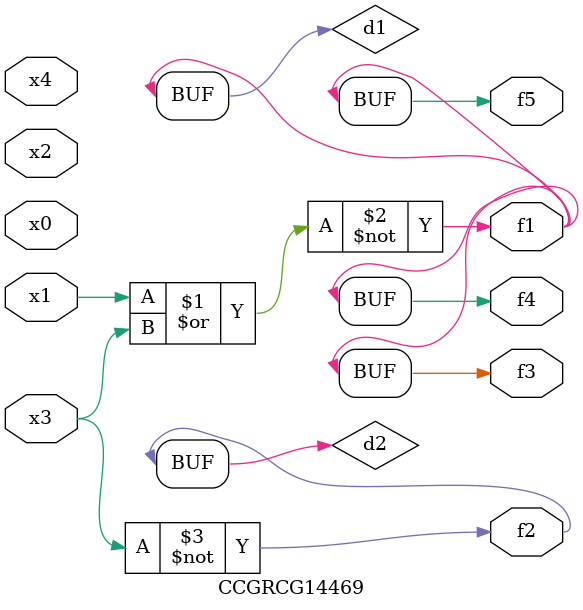
<source format=v>
module CCGRCG14469(
	input x0, x1, x2, x3, x4,
	output f1, f2, f3, f4, f5
);

	wire d1, d2;

	nor (d1, x1, x3);
	not (d2, x3);
	assign f1 = d1;
	assign f2 = d2;
	assign f3 = d1;
	assign f4 = d1;
	assign f5 = d1;
endmodule

</source>
